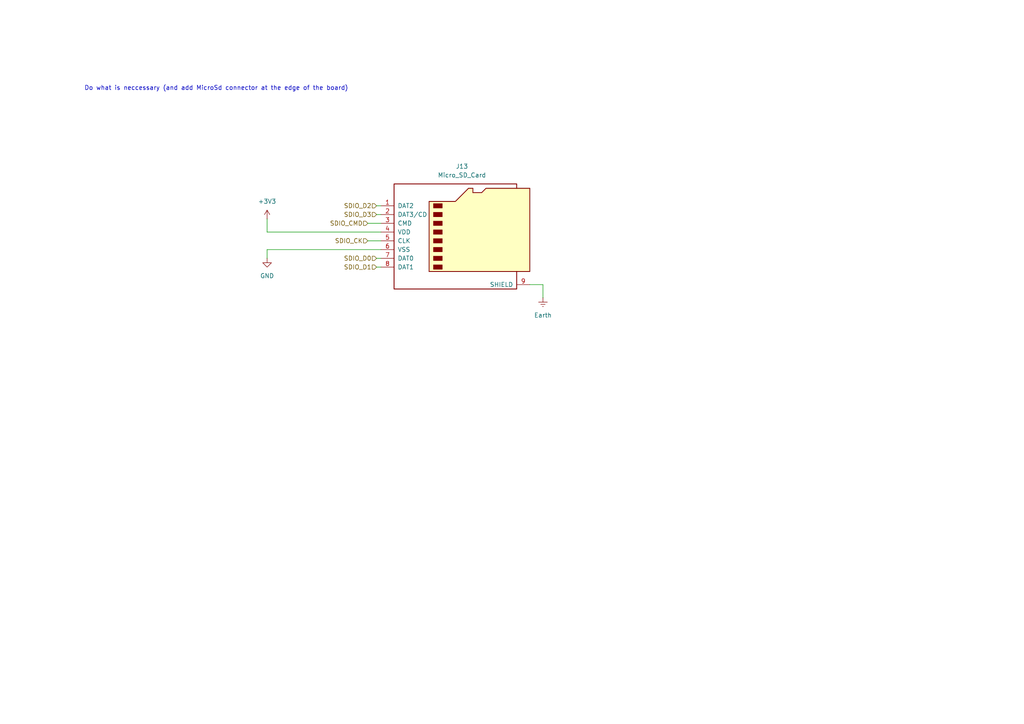
<source format=kicad_sch>
(kicad_sch (version 20250114) (generator "eeschema") (generator_version "9.0")
  (paper "A4")
  (lib_symbols
    (symbol "Connector:Micro_SD_Card" (pin_names (offset 1.016))
      (property "Reference" "J" (at -16.51 15.24 0))
      (property "Value" "Micro_SD_Card" (at 16.51 15.24 0))
      (symbol "Micro_SD_Card_0_1"
        (polyline (pts (xy -8.89 -11.43) (xy -8.89 8.89) (xy -1.27 8.89) (xy 2.54 12.7) (xy 3.81 12.7) (xy 3.81 11.43) (xy 6.35 11.43) (xy 7.62 12.7) (xy 20.32 12.7) (xy 20.32 -11.43) (xy -8.89 -11.43)) (stroke (width 0.254)) (fill (type background)))
        (rectangle (start -7.62 8.255) (end -5.08 6.985) (fill (type outline)))
        (rectangle (start -7.62 5.715) (end -5.08 4.445) (fill (type outline)))
        (rectangle (start -7.62 3.175) (end -5.08 1.905) (fill (type outline)))
        (rectangle (start -7.62 0.635) (end -5.08 -0.635) (fill (type outline)))
        (rectangle (start -7.62 -1.905) (end -5.08 -3.175) (fill (type outline)))
        (rectangle (start -7.62 -4.445) (end -5.08 -5.715) (fill (type outline)))
        (rectangle (start -7.62 -6.985) (end -5.08 -8.255) (fill (type outline)))
        (rectangle (start -7.62 -9.525) (end -5.08 -10.795) (fill (type outline)))
        (polyline (pts (xy 16.51 12.7) (xy 16.51 13.97) (xy -19.05 13.97) (xy -19.05 -16.51) (xy 16.51 -16.51) (xy 16.51 -11.43)) (stroke (width 0.254)))
      )
      (symbol "Micro_SD_Card_1_1"
        (pin bidirectional line (at -22.86 7.62 0) (length 3.81) (name "DAT2") (number "1"))
        (pin bidirectional line (at -22.86 5.08 0) (length 3.81) (name "DAT3/CD") (number "2"))
        (pin input line (at -22.86 2.54 0) (length 3.81) (name "CMD") (number "3"))
        (pin power_in line (at -22.86 0 0) (length 3.81) (name "VDD") (number "4"))
        (pin input line (at -22.86 -2.54 0) (length 3.81) (name "CLK") (number "5"))
        (pin power_in line (at -22.86 -5.08 0) (length 3.81) (name "VSS") (number "6"))
        (pin bidirectional line (at -22.86 -7.62 0) (length 3.81) (name "DAT0") (number "7"))
        (pin bidirectional line (at -22.86 -10.16 0) (length 3.81) (name "DAT1") (number "8"))
        (pin passive line (at 20.32 -15.24 180) (length 3.81) (name "SHIELD") (number "9"))
      )
    )
    (symbol "power:+3V3" (power) (pin_numbers (hide yes)) (pin_names (offset 0) (hide yes))
      (property "Value" "+3V3" (at 0 3.556 0))
      (symbol "+3V3_0_1"
        (polyline (pts (xy -0.762 1.27) (xy 0 2.54)))
        (polyline (pts (xy 0 2.54) (xy 0.762 1.27)))
        (polyline (pts (xy 0 0) (xy 0 2.54)))
      )
      (symbol "+3V3_1_1"
        (pin power_in line (at 0 0 90) (length 0) (name "~") (number "1"))
      )
    )
    (symbol "power:Earth" (power) (pin_numbers (hide yes)) (pin_names (offset 0) (hide yes))
      (property "Value" "Earth" (at 0 -3.81 0))
      (symbol "Earth_0_1"
        (polyline (pts (xy -0.635 -1.905) (xy 0.635 -1.905)))
        (polyline (pts (xy -0.127 -2.54) (xy 0.127 -2.54)))
        (polyline (pts (xy 0 -1.27) (xy 0 0)))
        (polyline (pts (xy 1.27 -1.27) (xy -1.27 -1.27)))
      )
      (symbol "Earth_1_1"
        (pin power_in line (at 0 0 270) (length 0) (name "~") (number "1"))
      )
    )
    (symbol "power:GND" (power) (pin_numbers (hide yes)) (pin_names (offset 0) (hide yes))
      (property "Value" "GND" (at 0 -3.81 0))
      (symbol "GND_0_1"
        (polyline (pts (xy 0 0) (xy 0 -1.27) (xy 1.27 -1.27) (xy 0 -2.54) (xy -1.27 -1.27) (xy 0 -1.27)))
      )
      (symbol "GND_1_1"
        (pin power_in line (at 0 0 270) (length 0) (name "~") (number "1"))
      )
    )
  )
  (text "Do what is neccessary (and add MicroSd connector at the edge of the board)" (at 62.738 25.654 0) (effects (font (size 1.27 1.27))))
  (wire (pts (xy 77.47 63.5) (xy 77.47 67.31)))
  (wire (pts (xy 153.67 82.55) (xy 157.48 82.55)))
  (wire (pts (xy 110.49 74.93) (xy 109.22 74.93)))
  (wire (pts (xy 157.48 82.55) (xy 157.48 86.36)))
  (wire (pts (xy 77.47 67.31) (xy 110.49 67.31)))
  (wire (pts (xy 77.47 72.39) (xy 77.47 74.93)))
  (wire (pts (xy 77.47 72.39) (xy 110.49 72.39)))
  (wire (pts (xy 110.49 59.69) (xy 109.22 59.69)))
  (wire (pts (xy 106.68 64.77) (xy 110.49 64.77)))
  (wire (pts (xy 110.49 62.23) (xy 109.22 62.23)))
  (wire (pts (xy 106.68 69.85) (xy 110.49 69.85)))
  (wire (pts (xy 110.49 77.47) (xy 109.22 77.47)))
  (hierarchical_label "SDIO_CMD" (shape input) (at 106.68 64.77 180))
  (hierarchical_label "SDIO_D3" (shape input) (at 109.22 62.23 180))
  (hierarchical_label "SDIO_D0" (shape input) (at 109.22 74.93 180))
  (hierarchical_label "SDIO_D2" (shape input) (at 109.22 59.69 180))
  (hierarchical_label "SDIO_CK" (shape input) (at 106.68 69.85 180))
  (hierarchical_label "SDIO_D1" (shape input) (at 109.22 77.47 180))
  (symbol (lib_id "power:Earth") (at 157.48 86.36 0) (unit 1)
    (property "Reference" "#PWR060" (effects (hide yes)))
    (property "Value" "Earth" (at 157.48 91.44 0))
    (property "Description" "Power symbol creates a global label with name \"Earth\"" (effects (hide yes)))
  )
  (symbol (lib_id "power:GND") (at 77.47 74.93 0) (unit 1)
    (property "Reference" "#PWR063" (effects (hide yes)))
    (property "Value" "GND" (at 77.47 80.01 0))
    (property "Description" "Power symbol creates a global label with name \"GND\" , ground" (effects (hide yes)))
  )
  (symbol (lib_id "Connector:Micro_SD_Card") (at 133.35 67.31 0) (unit 1)
    (property "Reference" "J13" (at 133.985 48.26 0))
    (property "Value" "Micro_SD_Card" (at 133.985 50.8 0))
    (property "Datasheet" "https://www.we-online.com/components/products/datasheet/693072010801.pdf" (effects (hide yes)))
    (property "Description" "Micro SD Card Socket" (effects (hide yes)))
  )
  (symbol (lib_id "power:+3V3") (at 77.47 63.5 0) (unit 1)
    (property "Reference" "#PWR062" (effects (hide yes)))
    (property "Value" "+3V3" (at 77.47 58.42 0))
    (property "Description" "Power symbol creates a global label with name \"+3V3\"" (effects (hide yes)))
  )
)
</source>
